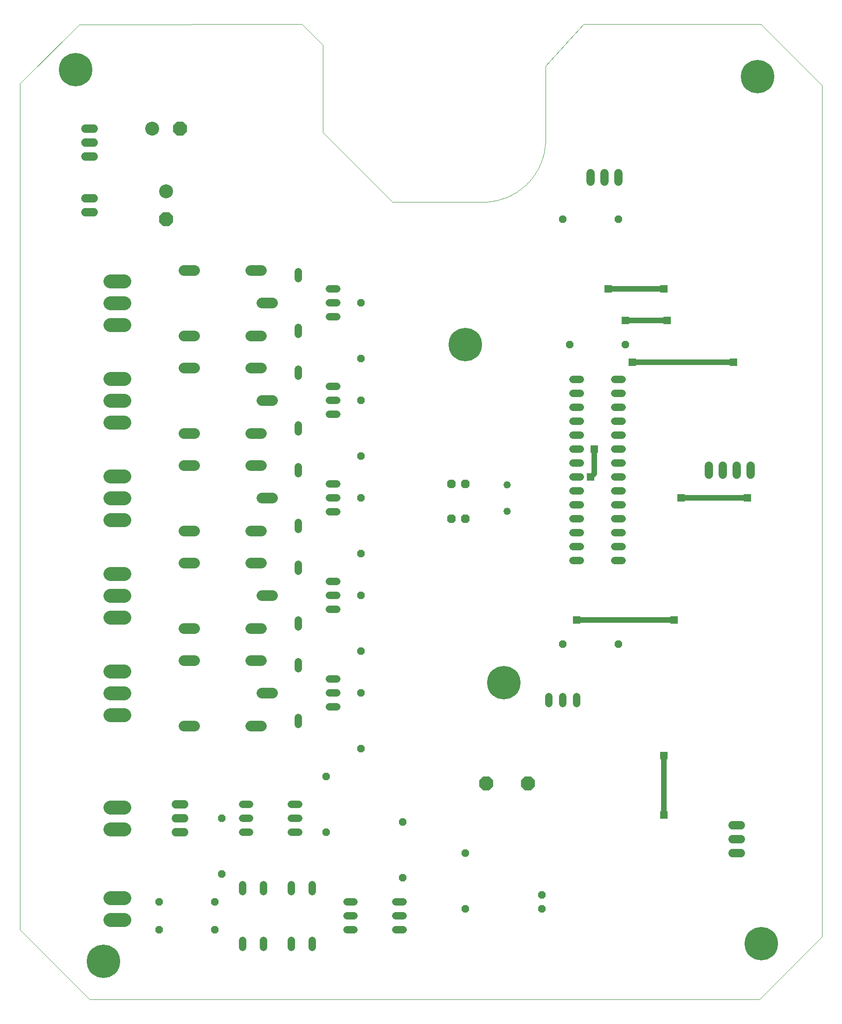
<source format=gtl>
G75*
%MOIN*%
%OFA0B0*%
%FSLAX25Y25*%
%IPPOS*%
%LPD*%
%AMOC8*
5,1,8,0,0,1.08239X$1,22.5*
%
%ADD10C,0.00000*%
%ADD11C,0.05200*%
%ADD12OC8,0.10000*%
%ADD13C,0.07800*%
%ADD14C,0.06000*%
%ADD15C,0.10000*%
%ADD16C,0.06100*%
%ADD17OC8,0.05200*%
%ADD18C,0.05200*%
%ADD19OC8,0.06300*%
%ADD20C,0.09900*%
%ADD21R,0.05315X0.05315*%
%ADD22C,0.04000*%
%ADD23C,0.24000*%
D10*
X0003000Y0053000D02*
X0053000Y0003000D01*
X0534201Y0003000D01*
X0579201Y0048000D01*
X0579201Y0659299D01*
X0535539Y0702961D01*
X0535538Y0702971D01*
X0535534Y0702981D01*
X0535528Y0702989D01*
X0535520Y0702995D01*
X0535510Y0702999D01*
X0535500Y0703000D01*
X0408101Y0703000D01*
X0407899Y0703000D02*
X0380500Y0673000D01*
X0380500Y0620500D01*
X0380487Y0619413D01*
X0380447Y0618326D01*
X0380382Y0617240D01*
X0380290Y0616157D01*
X0380172Y0615076D01*
X0380028Y0613998D01*
X0379858Y0612924D01*
X0379662Y0611854D01*
X0379440Y0610790D01*
X0379192Y0609731D01*
X0378919Y0608678D01*
X0378621Y0607632D01*
X0378298Y0606594D01*
X0377949Y0605564D01*
X0377576Y0604543D01*
X0377178Y0603531D01*
X0376756Y0602529D01*
X0376309Y0601537D01*
X0375839Y0600556D01*
X0375346Y0599587D01*
X0374829Y0598631D01*
X0374289Y0597687D01*
X0373726Y0596756D01*
X0373141Y0595839D01*
X0372534Y0594937D01*
X0371906Y0594050D01*
X0371256Y0593178D01*
X0370585Y0592322D01*
X0369894Y0591482D01*
X0369183Y0590659D01*
X0368452Y0589854D01*
X0367702Y0589067D01*
X0366933Y0588298D01*
X0366146Y0587548D01*
X0365341Y0586817D01*
X0364518Y0586106D01*
X0363678Y0585415D01*
X0362822Y0584744D01*
X0361950Y0584094D01*
X0361063Y0583466D01*
X0360161Y0582859D01*
X0359244Y0582274D01*
X0358313Y0581711D01*
X0357369Y0581171D01*
X0356413Y0580654D01*
X0355444Y0580161D01*
X0354463Y0579691D01*
X0353471Y0579244D01*
X0352469Y0578822D01*
X0351457Y0578424D01*
X0350436Y0578051D01*
X0349406Y0577702D01*
X0348368Y0577379D01*
X0347322Y0577081D01*
X0346269Y0576808D01*
X0345210Y0576560D01*
X0344146Y0576338D01*
X0343076Y0576142D01*
X0342002Y0575972D01*
X0340924Y0575828D01*
X0339843Y0575710D01*
X0338760Y0575618D01*
X0337674Y0575553D01*
X0336587Y0575513D01*
X0335500Y0575500D01*
X0270500Y0575500D01*
X0220500Y0625500D01*
X0220500Y0688000D01*
X0205500Y0703000D01*
X0045461Y0702961D01*
X0003000Y0660500D01*
X0003000Y0053000D01*
X0407899Y0703000D02*
X0408101Y0703000D01*
D11*
X0230600Y0513000D02*
X0225400Y0513000D01*
X0225400Y0503000D02*
X0230600Y0503000D01*
X0230600Y0493000D02*
X0225400Y0493000D01*
X0203000Y0485600D02*
X0203000Y0480400D01*
X0203000Y0455600D02*
X0203000Y0450400D01*
X0225400Y0443000D02*
X0230600Y0443000D01*
X0230600Y0433000D02*
X0225400Y0433000D01*
X0225400Y0423000D02*
X0230600Y0423000D01*
X0203000Y0415600D02*
X0203000Y0410400D01*
X0203000Y0385600D02*
X0203000Y0380400D01*
X0225400Y0373000D02*
X0230600Y0373000D01*
X0230600Y0363000D02*
X0225400Y0363000D01*
X0225400Y0353000D02*
X0230600Y0353000D01*
X0203000Y0345600D02*
X0203000Y0340400D01*
X0203000Y0315600D02*
X0203000Y0310400D01*
X0225400Y0303000D02*
X0230600Y0303000D01*
X0230600Y0293000D02*
X0225400Y0293000D01*
X0225400Y0283000D02*
X0230600Y0283000D01*
X0203000Y0275600D02*
X0203000Y0270400D01*
X0203000Y0245600D02*
X0203000Y0240400D01*
X0225400Y0233000D02*
X0230600Y0233000D01*
X0230600Y0223000D02*
X0225400Y0223000D01*
X0225400Y0213000D02*
X0230600Y0213000D01*
X0203000Y0205600D02*
X0203000Y0200400D01*
X0203200Y0143000D02*
X0198000Y0143000D01*
X0198000Y0133000D02*
X0203200Y0133000D01*
X0203200Y0123000D02*
X0198000Y0123000D01*
X0168000Y0123000D02*
X0162800Y0123000D01*
X0162800Y0133000D02*
X0168000Y0133000D01*
X0168000Y0143000D02*
X0162800Y0143000D01*
X0163000Y0085600D02*
X0163000Y0080400D01*
X0178000Y0080400D02*
X0178000Y0085600D01*
X0198000Y0085600D02*
X0198000Y0080400D01*
X0213000Y0080400D02*
X0213000Y0085600D01*
X0237800Y0073000D02*
X0243000Y0073000D01*
X0243000Y0063000D02*
X0237800Y0063000D01*
X0237800Y0053000D02*
X0243000Y0053000D01*
X0273000Y0053000D02*
X0278200Y0053000D01*
X0278200Y0063000D02*
X0273000Y0063000D01*
X0273000Y0073000D02*
X0278200Y0073000D01*
X0213000Y0045600D02*
X0213000Y0040400D01*
X0198000Y0040400D02*
X0198000Y0045600D01*
X0178000Y0045600D02*
X0178000Y0040400D01*
X0163000Y0040400D02*
X0163000Y0045600D01*
X0383000Y0215400D02*
X0383000Y0220600D01*
X0393000Y0220600D02*
X0393000Y0215400D01*
X0403000Y0215400D02*
X0403000Y0220600D01*
X0400400Y0318000D02*
X0405600Y0318000D01*
X0405600Y0328000D02*
X0400400Y0328000D01*
X0400400Y0338000D02*
X0405600Y0338000D01*
X0405600Y0348000D02*
X0400400Y0348000D01*
X0400400Y0358000D02*
X0405600Y0358000D01*
X0405600Y0368000D02*
X0400400Y0368000D01*
X0400400Y0378000D02*
X0405600Y0378000D01*
X0405600Y0388000D02*
X0400400Y0388000D01*
X0400400Y0398000D02*
X0405600Y0398000D01*
X0405600Y0408000D02*
X0400400Y0408000D01*
X0400400Y0418000D02*
X0405600Y0418000D01*
X0405600Y0428000D02*
X0400400Y0428000D01*
X0400400Y0438000D02*
X0405600Y0438000D01*
X0405600Y0448000D02*
X0400400Y0448000D01*
X0430400Y0448000D02*
X0435600Y0448000D01*
X0435600Y0438000D02*
X0430400Y0438000D01*
X0430400Y0428000D02*
X0435600Y0428000D01*
X0435600Y0418000D02*
X0430400Y0418000D01*
X0430400Y0408000D02*
X0435600Y0408000D01*
X0435600Y0398000D02*
X0430400Y0398000D01*
X0430400Y0388000D02*
X0435600Y0388000D01*
X0435600Y0378000D02*
X0430400Y0378000D01*
X0430400Y0368000D02*
X0435600Y0368000D01*
X0435600Y0358000D02*
X0430400Y0358000D01*
X0430400Y0348000D02*
X0435600Y0348000D01*
X0435600Y0338000D02*
X0430400Y0338000D01*
X0430400Y0328000D02*
X0435600Y0328000D01*
X0435600Y0318000D02*
X0430400Y0318000D01*
X0203000Y0520400D02*
X0203000Y0525600D01*
D12*
X0118000Y0628000D03*
X0108000Y0563000D03*
X0338000Y0158000D03*
X0368000Y0158000D03*
D13*
X0184400Y0223000D02*
X0176600Y0223000D01*
X0176400Y0199500D02*
X0168600Y0199500D01*
X0168600Y0246500D02*
X0176400Y0246500D01*
X0176400Y0269500D02*
X0168600Y0269500D01*
X0176600Y0293000D02*
X0184400Y0293000D01*
X0176400Y0316500D02*
X0168600Y0316500D01*
X0168600Y0339500D02*
X0176400Y0339500D01*
X0176600Y0363000D02*
X0184400Y0363000D01*
X0176400Y0386500D02*
X0168600Y0386500D01*
X0168600Y0409500D02*
X0176400Y0409500D01*
X0176600Y0433000D02*
X0184400Y0433000D01*
X0176400Y0456500D02*
X0168600Y0456500D01*
X0168600Y0479500D02*
X0176400Y0479500D01*
X0176600Y0503000D02*
X0184400Y0503000D01*
X0176400Y0526500D02*
X0168600Y0526500D01*
X0128400Y0526500D02*
X0120600Y0526500D01*
X0120600Y0479500D02*
X0128400Y0479500D01*
X0128400Y0456500D02*
X0120600Y0456500D01*
X0120600Y0409500D02*
X0128400Y0409500D01*
X0128400Y0386500D02*
X0120600Y0386500D01*
X0120600Y0339500D02*
X0128400Y0339500D01*
X0128400Y0316500D02*
X0120600Y0316500D01*
X0120600Y0269500D02*
X0128400Y0269500D01*
X0128400Y0246500D02*
X0120600Y0246500D01*
X0120600Y0199500D02*
X0128400Y0199500D01*
D14*
X0121000Y0143000D02*
X0115000Y0143000D01*
X0115000Y0133000D02*
X0121000Y0133000D01*
X0121000Y0123000D02*
X0115000Y0123000D01*
X0056000Y0568000D02*
X0050000Y0568000D01*
X0050000Y0578000D02*
X0056000Y0578000D01*
X0056000Y0608000D02*
X0050000Y0608000D01*
X0050000Y0618000D02*
X0056000Y0618000D01*
X0056000Y0628000D02*
X0050000Y0628000D01*
X0413000Y0596000D02*
X0413000Y0590000D01*
X0423000Y0590000D02*
X0423000Y0596000D01*
X0433000Y0596000D02*
X0433000Y0590000D01*
X0515000Y0128000D02*
X0521000Y0128000D01*
X0521000Y0118000D02*
X0515000Y0118000D01*
X0515000Y0108000D02*
X0521000Y0108000D01*
D15*
X0108000Y0583000D03*
X0098000Y0628000D03*
D16*
X0498000Y0386050D02*
X0498000Y0379950D01*
X0508000Y0379950D02*
X0508000Y0386050D01*
X0518000Y0386050D02*
X0518000Y0379950D01*
X0528000Y0379950D02*
X0528000Y0386050D01*
D17*
X0438000Y0473000D03*
X0398000Y0473000D03*
X0393000Y0563000D03*
X0433000Y0563000D03*
X0248000Y0503000D03*
X0248000Y0463000D03*
X0248000Y0433000D03*
X0248000Y0393000D03*
X0248000Y0363000D03*
X0248000Y0323000D03*
X0248000Y0293000D03*
X0248000Y0253000D03*
X0248000Y0223000D03*
X0248000Y0183000D03*
X0223000Y0163000D03*
X0223000Y0123000D03*
X0278000Y0130500D03*
X0278000Y0090500D03*
X0323000Y0108000D03*
X0323000Y0068000D03*
X0378000Y0068000D03*
X0378000Y0078000D03*
X0393000Y0258000D03*
X0433000Y0258000D03*
X0148000Y0133000D03*
X0148000Y0093000D03*
X0143000Y0073000D03*
X0143000Y0053000D03*
X0103000Y0053000D03*
X0103000Y0073000D03*
D18*
X0353000Y0353500D03*
X0353000Y0372500D03*
D19*
X0323000Y0373000D03*
X0313000Y0373000D03*
X0313000Y0348000D03*
X0323000Y0348000D03*
D20*
X0077950Y0347300D02*
X0068050Y0347300D01*
X0068050Y0362900D02*
X0077950Y0362900D01*
X0077950Y0378500D02*
X0068050Y0378500D01*
X0068050Y0417300D02*
X0077950Y0417300D01*
X0077950Y0432900D02*
X0068050Y0432900D01*
X0068050Y0448500D02*
X0077950Y0448500D01*
X0077950Y0487300D02*
X0068050Y0487300D01*
X0068050Y0502900D02*
X0077950Y0502900D01*
X0077950Y0518500D02*
X0068050Y0518500D01*
X0068050Y0308500D02*
X0077950Y0308500D01*
X0077950Y0292900D02*
X0068050Y0292900D01*
X0068050Y0277300D02*
X0077950Y0277300D01*
X0077950Y0238500D02*
X0068050Y0238500D01*
X0068050Y0222900D02*
X0077950Y0222900D01*
X0077950Y0207300D02*
X0068050Y0207300D01*
X0068050Y0140800D02*
X0077950Y0140800D01*
X0077950Y0125200D02*
X0068050Y0125200D01*
X0068050Y0075800D02*
X0077950Y0075800D01*
X0077950Y0060200D02*
X0068050Y0060200D01*
D21*
X0403000Y0275500D03*
X0473000Y0275500D03*
X0478000Y0363000D03*
X0525500Y0363000D03*
X0515500Y0460500D03*
X0468000Y0490500D03*
X0465500Y0513000D03*
X0438000Y0490500D03*
X0425500Y0513000D03*
X0443000Y0460500D03*
X0415500Y0398000D03*
X0413000Y0378000D03*
X0465500Y0178000D03*
X0465500Y0135500D03*
D22*
X0465500Y0178000D01*
X0473000Y0275500D02*
X0403000Y0275500D01*
X0478000Y0363000D02*
X0525500Y0363000D01*
X0515500Y0460500D02*
X0443000Y0460500D01*
X0438000Y0490500D02*
X0468000Y0490500D01*
X0465500Y0513000D02*
X0425500Y0513000D01*
X0415500Y0398000D02*
X0415500Y0380500D01*
X0413000Y0378000D01*
D23*
X0323000Y0473000D03*
X0350500Y0230500D03*
X0535500Y0043000D03*
X0063000Y0030500D03*
X0043000Y0670500D03*
X0533000Y0665500D03*
M02*

</source>
